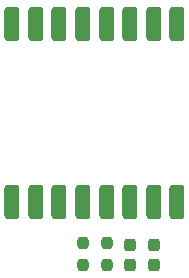
<source format=gtp>
G04 #@! TF.GenerationSoftware,KiCad,Pcbnew,8.0.5-rc1-202409040208~b22948988f~ubuntu24.04.1*
G04 #@! TF.CreationDate,2024-09-06T21:41:45+02:00*
G04 #@! TF.ProjectId,lora-board,6c6f7261-2d62-46f6-9172-642e6b696361,2*
G04 #@! TF.SameCoordinates,Original*
G04 #@! TF.FileFunction,Paste,Top*
G04 #@! TF.FilePolarity,Positive*
%FSLAX46Y46*%
G04 Gerber Fmt 4.6, Leading zero omitted, Abs format (unit mm)*
G04 Created by KiCad (PCBNEW 8.0.5-rc1-202409040208~b22948988f~ubuntu24.04.1) date 2024-09-06 21:41:45*
%MOMM*%
%LPD*%
G01*
G04 APERTURE LIST*
G04 Aperture macros list*
%AMRoundRect*
0 Rectangle with rounded corners*
0 $1 Rounding radius*
0 $2 $3 $4 $5 $6 $7 $8 $9 X,Y pos of 4 corners*
0 Add a 4 corners polygon primitive as box body*
4,1,4,$2,$3,$4,$5,$6,$7,$8,$9,$2,$3,0*
0 Add four circle primitives for the rounded corners*
1,1,$1+$1,$2,$3*
1,1,$1+$1,$4,$5*
1,1,$1+$1,$6,$7*
1,1,$1+$1,$8,$9*
0 Add four rect primitives between the rounded corners*
20,1,$1+$1,$2,$3,$4,$5,0*
20,1,$1+$1,$4,$5,$6,$7,0*
20,1,$1+$1,$6,$7,$8,$9,0*
20,1,$1+$1,$8,$9,$2,$3,0*%
G04 Aperture macros list end*
%ADD10RoundRect,0.237500X-0.237500X0.300000X-0.237500X-0.300000X0.237500X-0.300000X0.237500X0.300000X0*%
%ADD11RoundRect,0.317500X-0.317500X1.157500X-0.317500X-1.157500X0.317500X-1.157500X0.317500X1.157500X0*%
%ADD12RoundRect,0.237500X-0.237500X0.250000X-0.237500X-0.250000X0.237500X-0.250000X0.237500X0.250000X0*%
G04 APERTURE END LIST*
D10*
X115000000Y-71137500D03*
X115000000Y-72862500D03*
D11*
X117000000Y-52475000D03*
X115000000Y-52475000D03*
X113000000Y-52475000D03*
X111000000Y-52475000D03*
X109000000Y-52475000D03*
X107000000Y-52475000D03*
X105000000Y-52475000D03*
X103000000Y-52475000D03*
X103000000Y-67525000D03*
X105000000Y-67525000D03*
X107000000Y-67525000D03*
X109000000Y-67525000D03*
X111000000Y-67525000D03*
X113000000Y-67525000D03*
X115000000Y-67525000D03*
X117000000Y-67525000D03*
D12*
X111000000Y-71000000D03*
X111000000Y-72825000D03*
D10*
X113000000Y-71137500D03*
X113000000Y-72862500D03*
D12*
X109000000Y-71000000D03*
X109000000Y-72825000D03*
M02*

</source>
